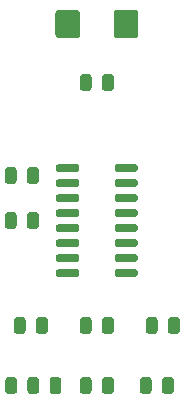
<source format=gbr>
G04 #@! TF.GenerationSoftware,KiCad,Pcbnew,(5.1.5)-3*
G04 #@! TF.CreationDate,2020-04-27T13:04:48+02:00*
G04 #@! TF.ProjectId,RS232_click,52533233-325f-4636-9c69-636b2e6b6963,rev?*
G04 #@! TF.SameCoordinates,Original*
G04 #@! TF.FileFunction,Paste,Top*
G04 #@! TF.FilePolarity,Positive*
%FSLAX46Y46*%
G04 Gerber Fmt 4.6, Leading zero omitted, Abs format (unit mm)*
G04 Created by KiCad (PCBNEW (5.1.5)-3) date 2020-04-27 13:04:48*
%MOMM*%
%LPD*%
G04 APERTURE LIST*
%ADD10C,0.100000*%
G04 APERTURE END LIST*
D10*
G36*
X62830142Y-119697174D02*
G01*
X62853803Y-119700684D01*
X62877007Y-119706496D01*
X62899529Y-119714554D01*
X62921153Y-119724782D01*
X62941670Y-119737079D01*
X62960883Y-119751329D01*
X62978607Y-119767393D01*
X62994671Y-119785117D01*
X63008921Y-119804330D01*
X63021218Y-119824847D01*
X63031446Y-119846471D01*
X63039504Y-119868993D01*
X63045316Y-119892197D01*
X63048826Y-119915858D01*
X63050000Y-119939750D01*
X63050000Y-120852250D01*
X63048826Y-120876142D01*
X63045316Y-120899803D01*
X63039504Y-120923007D01*
X63031446Y-120945529D01*
X63021218Y-120967153D01*
X63008921Y-120987670D01*
X62994671Y-121006883D01*
X62978607Y-121024607D01*
X62960883Y-121040671D01*
X62941670Y-121054921D01*
X62921153Y-121067218D01*
X62899529Y-121077446D01*
X62877007Y-121085504D01*
X62853803Y-121091316D01*
X62830142Y-121094826D01*
X62806250Y-121096000D01*
X62318750Y-121096000D01*
X62294858Y-121094826D01*
X62271197Y-121091316D01*
X62247993Y-121085504D01*
X62225471Y-121077446D01*
X62203847Y-121067218D01*
X62183330Y-121054921D01*
X62164117Y-121040671D01*
X62146393Y-121024607D01*
X62130329Y-121006883D01*
X62116079Y-120987670D01*
X62103782Y-120967153D01*
X62093554Y-120945529D01*
X62085496Y-120923007D01*
X62079684Y-120899803D01*
X62076174Y-120876142D01*
X62075000Y-120852250D01*
X62075000Y-119939750D01*
X62076174Y-119915858D01*
X62079684Y-119892197D01*
X62085496Y-119868993D01*
X62093554Y-119846471D01*
X62103782Y-119824847D01*
X62116079Y-119804330D01*
X62130329Y-119785117D01*
X62146393Y-119767393D01*
X62164117Y-119751329D01*
X62183330Y-119737079D01*
X62203847Y-119724782D01*
X62225471Y-119714554D01*
X62247993Y-119706496D01*
X62271197Y-119700684D01*
X62294858Y-119697174D01*
X62318750Y-119696000D01*
X62806250Y-119696000D01*
X62830142Y-119697174D01*
G37*
G36*
X64705142Y-119697174D02*
G01*
X64728803Y-119700684D01*
X64752007Y-119706496D01*
X64774529Y-119714554D01*
X64796153Y-119724782D01*
X64816670Y-119737079D01*
X64835883Y-119751329D01*
X64853607Y-119767393D01*
X64869671Y-119785117D01*
X64883921Y-119804330D01*
X64896218Y-119824847D01*
X64906446Y-119846471D01*
X64914504Y-119868993D01*
X64920316Y-119892197D01*
X64923826Y-119915858D01*
X64925000Y-119939750D01*
X64925000Y-120852250D01*
X64923826Y-120876142D01*
X64920316Y-120899803D01*
X64914504Y-120923007D01*
X64906446Y-120945529D01*
X64896218Y-120967153D01*
X64883921Y-120987670D01*
X64869671Y-121006883D01*
X64853607Y-121024607D01*
X64835883Y-121040671D01*
X64816670Y-121054921D01*
X64796153Y-121067218D01*
X64774529Y-121077446D01*
X64752007Y-121085504D01*
X64728803Y-121091316D01*
X64705142Y-121094826D01*
X64681250Y-121096000D01*
X64193750Y-121096000D01*
X64169858Y-121094826D01*
X64146197Y-121091316D01*
X64122993Y-121085504D01*
X64100471Y-121077446D01*
X64078847Y-121067218D01*
X64058330Y-121054921D01*
X64039117Y-121040671D01*
X64021393Y-121024607D01*
X64005329Y-121006883D01*
X63991079Y-120987670D01*
X63978782Y-120967153D01*
X63968554Y-120945529D01*
X63960496Y-120923007D01*
X63954684Y-120899803D01*
X63951174Y-120876142D01*
X63950000Y-120852250D01*
X63950000Y-119939750D01*
X63951174Y-119915858D01*
X63954684Y-119892197D01*
X63960496Y-119868993D01*
X63968554Y-119846471D01*
X63978782Y-119824847D01*
X63991079Y-119804330D01*
X64005329Y-119785117D01*
X64021393Y-119767393D01*
X64039117Y-119751329D01*
X64058330Y-119737079D01*
X64078847Y-119724782D01*
X64100471Y-119714554D01*
X64122993Y-119706496D01*
X64146197Y-119700684D01*
X64169858Y-119697174D01*
X64193750Y-119696000D01*
X64681250Y-119696000D01*
X64705142Y-119697174D01*
G37*
G36*
X61849504Y-114269204D02*
G01*
X61873773Y-114272804D01*
X61897571Y-114278765D01*
X61920671Y-114287030D01*
X61942849Y-114297520D01*
X61963893Y-114310133D01*
X61983598Y-114324747D01*
X62001777Y-114341223D01*
X62018253Y-114359402D01*
X62032867Y-114379107D01*
X62045480Y-114400151D01*
X62055970Y-114422329D01*
X62064235Y-114445429D01*
X62070196Y-114469227D01*
X62073796Y-114493496D01*
X62075000Y-114518000D01*
X62075000Y-116368000D01*
X62073796Y-116392504D01*
X62070196Y-116416773D01*
X62064235Y-116440571D01*
X62055970Y-116463671D01*
X62045480Y-116485849D01*
X62032867Y-116506893D01*
X62018253Y-116526598D01*
X62001777Y-116544777D01*
X61983598Y-116561253D01*
X61963893Y-116575867D01*
X61942849Y-116588480D01*
X61920671Y-116598970D01*
X61897571Y-116607235D01*
X61873773Y-116613196D01*
X61849504Y-116616796D01*
X61825000Y-116618000D01*
X60250000Y-116618000D01*
X60225496Y-116616796D01*
X60201227Y-116613196D01*
X60177429Y-116607235D01*
X60154329Y-116598970D01*
X60132151Y-116588480D01*
X60111107Y-116575867D01*
X60091402Y-116561253D01*
X60073223Y-116544777D01*
X60056747Y-116526598D01*
X60042133Y-116506893D01*
X60029520Y-116485849D01*
X60019030Y-116463671D01*
X60010765Y-116440571D01*
X60004804Y-116416773D01*
X60001204Y-116392504D01*
X60000000Y-116368000D01*
X60000000Y-114518000D01*
X60001204Y-114493496D01*
X60004804Y-114469227D01*
X60010765Y-114445429D01*
X60019030Y-114422329D01*
X60029520Y-114400151D01*
X60042133Y-114379107D01*
X60056747Y-114359402D01*
X60073223Y-114341223D01*
X60091402Y-114324747D01*
X60111107Y-114310133D01*
X60132151Y-114297520D01*
X60154329Y-114287030D01*
X60177429Y-114278765D01*
X60201227Y-114272804D01*
X60225496Y-114269204D01*
X60250000Y-114268000D01*
X61825000Y-114268000D01*
X61849504Y-114269204D01*
G37*
G36*
X66774504Y-114269204D02*
G01*
X66798773Y-114272804D01*
X66822571Y-114278765D01*
X66845671Y-114287030D01*
X66867849Y-114297520D01*
X66888893Y-114310133D01*
X66908598Y-114324747D01*
X66926777Y-114341223D01*
X66943253Y-114359402D01*
X66957867Y-114379107D01*
X66970480Y-114400151D01*
X66980970Y-114422329D01*
X66989235Y-114445429D01*
X66995196Y-114469227D01*
X66998796Y-114493496D01*
X67000000Y-114518000D01*
X67000000Y-116368000D01*
X66998796Y-116392504D01*
X66995196Y-116416773D01*
X66989235Y-116440571D01*
X66980970Y-116463671D01*
X66970480Y-116485849D01*
X66957867Y-116506893D01*
X66943253Y-116526598D01*
X66926777Y-116544777D01*
X66908598Y-116561253D01*
X66888893Y-116575867D01*
X66867849Y-116588480D01*
X66845671Y-116598970D01*
X66822571Y-116607235D01*
X66798773Y-116613196D01*
X66774504Y-116616796D01*
X66750000Y-116618000D01*
X65175000Y-116618000D01*
X65150496Y-116616796D01*
X65126227Y-116613196D01*
X65102429Y-116607235D01*
X65079329Y-116598970D01*
X65057151Y-116588480D01*
X65036107Y-116575867D01*
X65016402Y-116561253D01*
X64998223Y-116544777D01*
X64981747Y-116526598D01*
X64967133Y-116506893D01*
X64954520Y-116485849D01*
X64944030Y-116463671D01*
X64935765Y-116440571D01*
X64929804Y-116416773D01*
X64926204Y-116392504D01*
X64925000Y-116368000D01*
X64925000Y-114518000D01*
X64926204Y-114493496D01*
X64929804Y-114469227D01*
X64935765Y-114445429D01*
X64944030Y-114422329D01*
X64954520Y-114400151D01*
X64967133Y-114379107D01*
X64981747Y-114359402D01*
X64998223Y-114341223D01*
X65016402Y-114324747D01*
X65036107Y-114310133D01*
X65057151Y-114297520D01*
X65079329Y-114287030D01*
X65102429Y-114278765D01*
X65126227Y-114272804D01*
X65150496Y-114269204D01*
X65175000Y-114268000D01*
X66750000Y-114268000D01*
X66774504Y-114269204D01*
G37*
G36*
X56480142Y-127571174D02*
G01*
X56503803Y-127574684D01*
X56527007Y-127580496D01*
X56549529Y-127588554D01*
X56571153Y-127598782D01*
X56591670Y-127611079D01*
X56610883Y-127625329D01*
X56628607Y-127641393D01*
X56644671Y-127659117D01*
X56658921Y-127678330D01*
X56671218Y-127698847D01*
X56681446Y-127720471D01*
X56689504Y-127742993D01*
X56695316Y-127766197D01*
X56698826Y-127789858D01*
X56700000Y-127813750D01*
X56700000Y-128726250D01*
X56698826Y-128750142D01*
X56695316Y-128773803D01*
X56689504Y-128797007D01*
X56681446Y-128819529D01*
X56671218Y-128841153D01*
X56658921Y-128861670D01*
X56644671Y-128880883D01*
X56628607Y-128898607D01*
X56610883Y-128914671D01*
X56591670Y-128928921D01*
X56571153Y-128941218D01*
X56549529Y-128951446D01*
X56527007Y-128959504D01*
X56503803Y-128965316D01*
X56480142Y-128968826D01*
X56456250Y-128970000D01*
X55968750Y-128970000D01*
X55944858Y-128968826D01*
X55921197Y-128965316D01*
X55897993Y-128959504D01*
X55875471Y-128951446D01*
X55853847Y-128941218D01*
X55833330Y-128928921D01*
X55814117Y-128914671D01*
X55796393Y-128898607D01*
X55780329Y-128880883D01*
X55766079Y-128861670D01*
X55753782Y-128841153D01*
X55743554Y-128819529D01*
X55735496Y-128797007D01*
X55729684Y-128773803D01*
X55726174Y-128750142D01*
X55725000Y-128726250D01*
X55725000Y-127813750D01*
X55726174Y-127789858D01*
X55729684Y-127766197D01*
X55735496Y-127742993D01*
X55743554Y-127720471D01*
X55753782Y-127698847D01*
X55766079Y-127678330D01*
X55780329Y-127659117D01*
X55796393Y-127641393D01*
X55814117Y-127625329D01*
X55833330Y-127611079D01*
X55853847Y-127598782D01*
X55875471Y-127588554D01*
X55897993Y-127580496D01*
X55921197Y-127574684D01*
X55944858Y-127571174D01*
X55968750Y-127570000D01*
X56456250Y-127570000D01*
X56480142Y-127571174D01*
G37*
G36*
X58355142Y-127571174D02*
G01*
X58378803Y-127574684D01*
X58402007Y-127580496D01*
X58424529Y-127588554D01*
X58446153Y-127598782D01*
X58466670Y-127611079D01*
X58485883Y-127625329D01*
X58503607Y-127641393D01*
X58519671Y-127659117D01*
X58533921Y-127678330D01*
X58546218Y-127698847D01*
X58556446Y-127720471D01*
X58564504Y-127742993D01*
X58570316Y-127766197D01*
X58573826Y-127789858D01*
X58575000Y-127813750D01*
X58575000Y-128726250D01*
X58573826Y-128750142D01*
X58570316Y-128773803D01*
X58564504Y-128797007D01*
X58556446Y-128819529D01*
X58546218Y-128841153D01*
X58533921Y-128861670D01*
X58519671Y-128880883D01*
X58503607Y-128898607D01*
X58485883Y-128914671D01*
X58466670Y-128928921D01*
X58446153Y-128941218D01*
X58424529Y-128951446D01*
X58402007Y-128959504D01*
X58378803Y-128965316D01*
X58355142Y-128968826D01*
X58331250Y-128970000D01*
X57843750Y-128970000D01*
X57819858Y-128968826D01*
X57796197Y-128965316D01*
X57772993Y-128959504D01*
X57750471Y-128951446D01*
X57728847Y-128941218D01*
X57708330Y-128928921D01*
X57689117Y-128914671D01*
X57671393Y-128898607D01*
X57655329Y-128880883D01*
X57641079Y-128861670D01*
X57628782Y-128841153D01*
X57618554Y-128819529D01*
X57610496Y-128797007D01*
X57604684Y-128773803D01*
X57601174Y-128750142D01*
X57600000Y-128726250D01*
X57600000Y-127813750D01*
X57601174Y-127789858D01*
X57604684Y-127766197D01*
X57610496Y-127742993D01*
X57618554Y-127720471D01*
X57628782Y-127698847D01*
X57641079Y-127678330D01*
X57655329Y-127659117D01*
X57671393Y-127641393D01*
X57689117Y-127625329D01*
X57708330Y-127611079D01*
X57728847Y-127598782D01*
X57750471Y-127588554D01*
X57772993Y-127580496D01*
X57796197Y-127574684D01*
X57819858Y-127571174D01*
X57843750Y-127570000D01*
X58331250Y-127570000D01*
X58355142Y-127571174D01*
G37*
G36*
X58355142Y-131381174D02*
G01*
X58378803Y-131384684D01*
X58402007Y-131390496D01*
X58424529Y-131398554D01*
X58446153Y-131408782D01*
X58466670Y-131421079D01*
X58485883Y-131435329D01*
X58503607Y-131451393D01*
X58519671Y-131469117D01*
X58533921Y-131488330D01*
X58546218Y-131508847D01*
X58556446Y-131530471D01*
X58564504Y-131552993D01*
X58570316Y-131576197D01*
X58573826Y-131599858D01*
X58575000Y-131623750D01*
X58575000Y-132536250D01*
X58573826Y-132560142D01*
X58570316Y-132583803D01*
X58564504Y-132607007D01*
X58556446Y-132629529D01*
X58546218Y-132651153D01*
X58533921Y-132671670D01*
X58519671Y-132690883D01*
X58503607Y-132708607D01*
X58485883Y-132724671D01*
X58466670Y-132738921D01*
X58446153Y-132751218D01*
X58424529Y-132761446D01*
X58402007Y-132769504D01*
X58378803Y-132775316D01*
X58355142Y-132778826D01*
X58331250Y-132780000D01*
X57843750Y-132780000D01*
X57819858Y-132778826D01*
X57796197Y-132775316D01*
X57772993Y-132769504D01*
X57750471Y-132761446D01*
X57728847Y-132751218D01*
X57708330Y-132738921D01*
X57689117Y-132724671D01*
X57671393Y-132708607D01*
X57655329Y-132690883D01*
X57641079Y-132671670D01*
X57628782Y-132651153D01*
X57618554Y-132629529D01*
X57610496Y-132607007D01*
X57604684Y-132583803D01*
X57601174Y-132560142D01*
X57600000Y-132536250D01*
X57600000Y-131623750D01*
X57601174Y-131599858D01*
X57604684Y-131576197D01*
X57610496Y-131552993D01*
X57618554Y-131530471D01*
X57628782Y-131508847D01*
X57641079Y-131488330D01*
X57655329Y-131469117D01*
X57671393Y-131451393D01*
X57689117Y-131435329D01*
X57708330Y-131421079D01*
X57728847Y-131408782D01*
X57750471Y-131398554D01*
X57772993Y-131390496D01*
X57796197Y-131384684D01*
X57819858Y-131381174D01*
X57843750Y-131380000D01*
X58331250Y-131380000D01*
X58355142Y-131381174D01*
G37*
G36*
X56480142Y-131381174D02*
G01*
X56503803Y-131384684D01*
X56527007Y-131390496D01*
X56549529Y-131398554D01*
X56571153Y-131408782D01*
X56591670Y-131421079D01*
X56610883Y-131435329D01*
X56628607Y-131451393D01*
X56644671Y-131469117D01*
X56658921Y-131488330D01*
X56671218Y-131508847D01*
X56681446Y-131530471D01*
X56689504Y-131552993D01*
X56695316Y-131576197D01*
X56698826Y-131599858D01*
X56700000Y-131623750D01*
X56700000Y-132536250D01*
X56698826Y-132560142D01*
X56695316Y-132583803D01*
X56689504Y-132607007D01*
X56681446Y-132629529D01*
X56671218Y-132651153D01*
X56658921Y-132671670D01*
X56644671Y-132690883D01*
X56628607Y-132708607D01*
X56610883Y-132724671D01*
X56591670Y-132738921D01*
X56571153Y-132751218D01*
X56549529Y-132761446D01*
X56527007Y-132769504D01*
X56503803Y-132775316D01*
X56480142Y-132778826D01*
X56456250Y-132780000D01*
X55968750Y-132780000D01*
X55944858Y-132778826D01*
X55921197Y-132775316D01*
X55897993Y-132769504D01*
X55875471Y-132761446D01*
X55853847Y-132751218D01*
X55833330Y-132738921D01*
X55814117Y-132724671D01*
X55796393Y-132708607D01*
X55780329Y-132690883D01*
X55766079Y-132671670D01*
X55753782Y-132651153D01*
X55743554Y-132629529D01*
X55735496Y-132607007D01*
X55729684Y-132583803D01*
X55726174Y-132560142D01*
X55725000Y-132536250D01*
X55725000Y-131623750D01*
X55726174Y-131599858D01*
X55729684Y-131576197D01*
X55735496Y-131552993D01*
X55743554Y-131530471D01*
X55753782Y-131508847D01*
X55766079Y-131488330D01*
X55780329Y-131469117D01*
X55796393Y-131451393D01*
X55814117Y-131435329D01*
X55833330Y-131421079D01*
X55853847Y-131408782D01*
X55875471Y-131398554D01*
X55897993Y-131390496D01*
X55921197Y-131384684D01*
X55944858Y-131381174D01*
X55968750Y-131380000D01*
X56456250Y-131380000D01*
X56480142Y-131381174D01*
G37*
G36*
X57242142Y-140271174D02*
G01*
X57265803Y-140274684D01*
X57289007Y-140280496D01*
X57311529Y-140288554D01*
X57333153Y-140298782D01*
X57353670Y-140311079D01*
X57372883Y-140325329D01*
X57390607Y-140341393D01*
X57406671Y-140359117D01*
X57420921Y-140378330D01*
X57433218Y-140398847D01*
X57443446Y-140420471D01*
X57451504Y-140442993D01*
X57457316Y-140466197D01*
X57460826Y-140489858D01*
X57462000Y-140513750D01*
X57462000Y-141426250D01*
X57460826Y-141450142D01*
X57457316Y-141473803D01*
X57451504Y-141497007D01*
X57443446Y-141519529D01*
X57433218Y-141541153D01*
X57420921Y-141561670D01*
X57406671Y-141580883D01*
X57390607Y-141598607D01*
X57372883Y-141614671D01*
X57353670Y-141628921D01*
X57333153Y-141641218D01*
X57311529Y-141651446D01*
X57289007Y-141659504D01*
X57265803Y-141665316D01*
X57242142Y-141668826D01*
X57218250Y-141670000D01*
X56730750Y-141670000D01*
X56706858Y-141668826D01*
X56683197Y-141665316D01*
X56659993Y-141659504D01*
X56637471Y-141651446D01*
X56615847Y-141641218D01*
X56595330Y-141628921D01*
X56576117Y-141614671D01*
X56558393Y-141598607D01*
X56542329Y-141580883D01*
X56528079Y-141561670D01*
X56515782Y-141541153D01*
X56505554Y-141519529D01*
X56497496Y-141497007D01*
X56491684Y-141473803D01*
X56488174Y-141450142D01*
X56487000Y-141426250D01*
X56487000Y-140513750D01*
X56488174Y-140489858D01*
X56491684Y-140466197D01*
X56497496Y-140442993D01*
X56505554Y-140420471D01*
X56515782Y-140398847D01*
X56528079Y-140378330D01*
X56542329Y-140359117D01*
X56558393Y-140341393D01*
X56576117Y-140325329D01*
X56595330Y-140311079D01*
X56615847Y-140298782D01*
X56637471Y-140288554D01*
X56659993Y-140280496D01*
X56683197Y-140274684D01*
X56706858Y-140271174D01*
X56730750Y-140270000D01*
X57218250Y-140270000D01*
X57242142Y-140271174D01*
G37*
G36*
X59117142Y-140271174D02*
G01*
X59140803Y-140274684D01*
X59164007Y-140280496D01*
X59186529Y-140288554D01*
X59208153Y-140298782D01*
X59228670Y-140311079D01*
X59247883Y-140325329D01*
X59265607Y-140341393D01*
X59281671Y-140359117D01*
X59295921Y-140378330D01*
X59308218Y-140398847D01*
X59318446Y-140420471D01*
X59326504Y-140442993D01*
X59332316Y-140466197D01*
X59335826Y-140489858D01*
X59337000Y-140513750D01*
X59337000Y-141426250D01*
X59335826Y-141450142D01*
X59332316Y-141473803D01*
X59326504Y-141497007D01*
X59318446Y-141519529D01*
X59308218Y-141541153D01*
X59295921Y-141561670D01*
X59281671Y-141580883D01*
X59265607Y-141598607D01*
X59247883Y-141614671D01*
X59228670Y-141628921D01*
X59208153Y-141641218D01*
X59186529Y-141651446D01*
X59164007Y-141659504D01*
X59140803Y-141665316D01*
X59117142Y-141668826D01*
X59093250Y-141670000D01*
X58605750Y-141670000D01*
X58581858Y-141668826D01*
X58558197Y-141665316D01*
X58534993Y-141659504D01*
X58512471Y-141651446D01*
X58490847Y-141641218D01*
X58470330Y-141628921D01*
X58451117Y-141614671D01*
X58433393Y-141598607D01*
X58417329Y-141580883D01*
X58403079Y-141561670D01*
X58390782Y-141541153D01*
X58380554Y-141519529D01*
X58372496Y-141497007D01*
X58366684Y-141473803D01*
X58363174Y-141450142D01*
X58362000Y-141426250D01*
X58362000Y-140513750D01*
X58363174Y-140489858D01*
X58366684Y-140466197D01*
X58372496Y-140442993D01*
X58380554Y-140420471D01*
X58390782Y-140398847D01*
X58403079Y-140378330D01*
X58417329Y-140359117D01*
X58433393Y-140341393D01*
X58451117Y-140325329D01*
X58470330Y-140311079D01*
X58490847Y-140298782D01*
X58512471Y-140288554D01*
X58534993Y-140280496D01*
X58558197Y-140274684D01*
X58581858Y-140271174D01*
X58605750Y-140270000D01*
X59093250Y-140270000D01*
X59117142Y-140271174D01*
G37*
G36*
X70293142Y-140271174D02*
G01*
X70316803Y-140274684D01*
X70340007Y-140280496D01*
X70362529Y-140288554D01*
X70384153Y-140298782D01*
X70404670Y-140311079D01*
X70423883Y-140325329D01*
X70441607Y-140341393D01*
X70457671Y-140359117D01*
X70471921Y-140378330D01*
X70484218Y-140398847D01*
X70494446Y-140420471D01*
X70502504Y-140442993D01*
X70508316Y-140466197D01*
X70511826Y-140489858D01*
X70513000Y-140513750D01*
X70513000Y-141426250D01*
X70511826Y-141450142D01*
X70508316Y-141473803D01*
X70502504Y-141497007D01*
X70494446Y-141519529D01*
X70484218Y-141541153D01*
X70471921Y-141561670D01*
X70457671Y-141580883D01*
X70441607Y-141598607D01*
X70423883Y-141614671D01*
X70404670Y-141628921D01*
X70384153Y-141641218D01*
X70362529Y-141651446D01*
X70340007Y-141659504D01*
X70316803Y-141665316D01*
X70293142Y-141668826D01*
X70269250Y-141670000D01*
X69781750Y-141670000D01*
X69757858Y-141668826D01*
X69734197Y-141665316D01*
X69710993Y-141659504D01*
X69688471Y-141651446D01*
X69666847Y-141641218D01*
X69646330Y-141628921D01*
X69627117Y-141614671D01*
X69609393Y-141598607D01*
X69593329Y-141580883D01*
X69579079Y-141561670D01*
X69566782Y-141541153D01*
X69556554Y-141519529D01*
X69548496Y-141497007D01*
X69542684Y-141473803D01*
X69539174Y-141450142D01*
X69538000Y-141426250D01*
X69538000Y-140513750D01*
X69539174Y-140489858D01*
X69542684Y-140466197D01*
X69548496Y-140442993D01*
X69556554Y-140420471D01*
X69566782Y-140398847D01*
X69579079Y-140378330D01*
X69593329Y-140359117D01*
X69609393Y-140341393D01*
X69627117Y-140325329D01*
X69646330Y-140311079D01*
X69666847Y-140298782D01*
X69688471Y-140288554D01*
X69710993Y-140280496D01*
X69734197Y-140274684D01*
X69757858Y-140271174D01*
X69781750Y-140270000D01*
X70269250Y-140270000D01*
X70293142Y-140271174D01*
G37*
G36*
X68418142Y-140271174D02*
G01*
X68441803Y-140274684D01*
X68465007Y-140280496D01*
X68487529Y-140288554D01*
X68509153Y-140298782D01*
X68529670Y-140311079D01*
X68548883Y-140325329D01*
X68566607Y-140341393D01*
X68582671Y-140359117D01*
X68596921Y-140378330D01*
X68609218Y-140398847D01*
X68619446Y-140420471D01*
X68627504Y-140442993D01*
X68633316Y-140466197D01*
X68636826Y-140489858D01*
X68638000Y-140513750D01*
X68638000Y-141426250D01*
X68636826Y-141450142D01*
X68633316Y-141473803D01*
X68627504Y-141497007D01*
X68619446Y-141519529D01*
X68609218Y-141541153D01*
X68596921Y-141561670D01*
X68582671Y-141580883D01*
X68566607Y-141598607D01*
X68548883Y-141614671D01*
X68529670Y-141628921D01*
X68509153Y-141641218D01*
X68487529Y-141651446D01*
X68465007Y-141659504D01*
X68441803Y-141665316D01*
X68418142Y-141668826D01*
X68394250Y-141670000D01*
X67906750Y-141670000D01*
X67882858Y-141668826D01*
X67859197Y-141665316D01*
X67835993Y-141659504D01*
X67813471Y-141651446D01*
X67791847Y-141641218D01*
X67771330Y-141628921D01*
X67752117Y-141614671D01*
X67734393Y-141598607D01*
X67718329Y-141580883D01*
X67704079Y-141561670D01*
X67691782Y-141541153D01*
X67681554Y-141519529D01*
X67673496Y-141497007D01*
X67667684Y-141473803D01*
X67664174Y-141450142D01*
X67663000Y-141426250D01*
X67663000Y-140513750D01*
X67664174Y-140489858D01*
X67667684Y-140466197D01*
X67673496Y-140442993D01*
X67681554Y-140420471D01*
X67691782Y-140398847D01*
X67704079Y-140378330D01*
X67718329Y-140359117D01*
X67734393Y-140341393D01*
X67752117Y-140325329D01*
X67771330Y-140311079D01*
X67791847Y-140298782D01*
X67813471Y-140288554D01*
X67835993Y-140280496D01*
X67859197Y-140274684D01*
X67882858Y-140271174D01*
X67906750Y-140270000D01*
X68394250Y-140270000D01*
X68418142Y-140271174D01*
G37*
G36*
X56518242Y-145351174D02*
G01*
X56541903Y-145354684D01*
X56565107Y-145360496D01*
X56587629Y-145368554D01*
X56609253Y-145378782D01*
X56629770Y-145391079D01*
X56648983Y-145405329D01*
X56666707Y-145421393D01*
X56682771Y-145439117D01*
X56697021Y-145458330D01*
X56709318Y-145478847D01*
X56719546Y-145500471D01*
X56727604Y-145522993D01*
X56733416Y-145546197D01*
X56736926Y-145569858D01*
X56738100Y-145593750D01*
X56738100Y-146506250D01*
X56736926Y-146530142D01*
X56733416Y-146553803D01*
X56727604Y-146577007D01*
X56719546Y-146599529D01*
X56709318Y-146621153D01*
X56697021Y-146641670D01*
X56682771Y-146660883D01*
X56666707Y-146678607D01*
X56648983Y-146694671D01*
X56629770Y-146708921D01*
X56609253Y-146721218D01*
X56587629Y-146731446D01*
X56565107Y-146739504D01*
X56541903Y-146745316D01*
X56518242Y-146748826D01*
X56494350Y-146750000D01*
X56006850Y-146750000D01*
X55982958Y-146748826D01*
X55959297Y-146745316D01*
X55936093Y-146739504D01*
X55913571Y-146731446D01*
X55891947Y-146721218D01*
X55871430Y-146708921D01*
X55852217Y-146694671D01*
X55834493Y-146678607D01*
X55818429Y-146660883D01*
X55804179Y-146641670D01*
X55791882Y-146621153D01*
X55781654Y-146599529D01*
X55773596Y-146577007D01*
X55767784Y-146553803D01*
X55764274Y-146530142D01*
X55763100Y-146506250D01*
X55763100Y-145593750D01*
X55764274Y-145569858D01*
X55767784Y-145546197D01*
X55773596Y-145522993D01*
X55781654Y-145500471D01*
X55791882Y-145478847D01*
X55804179Y-145458330D01*
X55818429Y-145439117D01*
X55834493Y-145421393D01*
X55852217Y-145405329D01*
X55871430Y-145391079D01*
X55891947Y-145378782D01*
X55913571Y-145368554D01*
X55936093Y-145360496D01*
X55959297Y-145354684D01*
X55982958Y-145351174D01*
X56006850Y-145350000D01*
X56494350Y-145350000D01*
X56518242Y-145351174D01*
G37*
G36*
X60260142Y-145351174D02*
G01*
X60283803Y-145354684D01*
X60307007Y-145360496D01*
X60329529Y-145368554D01*
X60351153Y-145378782D01*
X60371670Y-145391079D01*
X60390883Y-145405329D01*
X60408607Y-145421393D01*
X60424671Y-145439117D01*
X60438921Y-145458330D01*
X60451218Y-145478847D01*
X60461446Y-145500471D01*
X60469504Y-145522993D01*
X60475316Y-145546197D01*
X60478826Y-145569858D01*
X60480000Y-145593750D01*
X60480000Y-146506250D01*
X60478826Y-146530142D01*
X60475316Y-146553803D01*
X60469504Y-146577007D01*
X60461446Y-146599529D01*
X60451218Y-146621153D01*
X60438921Y-146641670D01*
X60424671Y-146660883D01*
X60408607Y-146678607D01*
X60390883Y-146694671D01*
X60371670Y-146708921D01*
X60351153Y-146721218D01*
X60329529Y-146731446D01*
X60307007Y-146739504D01*
X60283803Y-146745316D01*
X60260142Y-146748826D01*
X60236250Y-146750000D01*
X59748750Y-146750000D01*
X59724858Y-146748826D01*
X59701197Y-146745316D01*
X59677993Y-146739504D01*
X59655471Y-146731446D01*
X59633847Y-146721218D01*
X59613330Y-146708921D01*
X59594117Y-146694671D01*
X59576393Y-146678607D01*
X59560329Y-146660883D01*
X59546079Y-146641670D01*
X59533782Y-146621153D01*
X59523554Y-146599529D01*
X59515496Y-146577007D01*
X59509684Y-146553803D01*
X59506174Y-146530142D01*
X59505000Y-146506250D01*
X59505000Y-145593750D01*
X59506174Y-145569858D01*
X59509684Y-145546197D01*
X59515496Y-145522993D01*
X59523554Y-145500471D01*
X59533782Y-145478847D01*
X59546079Y-145458330D01*
X59560329Y-145439117D01*
X59576393Y-145421393D01*
X59594117Y-145405329D01*
X59613330Y-145391079D01*
X59633847Y-145378782D01*
X59655471Y-145368554D01*
X59677993Y-145360496D01*
X59701197Y-145354684D01*
X59724858Y-145351174D01*
X59748750Y-145350000D01*
X60236250Y-145350000D01*
X60260142Y-145351174D01*
G37*
G36*
X58385142Y-145351174D02*
G01*
X58408803Y-145354684D01*
X58432007Y-145360496D01*
X58454529Y-145368554D01*
X58476153Y-145378782D01*
X58496670Y-145391079D01*
X58515883Y-145405329D01*
X58533607Y-145421393D01*
X58549671Y-145439117D01*
X58563921Y-145458330D01*
X58576218Y-145478847D01*
X58586446Y-145500471D01*
X58594504Y-145522993D01*
X58600316Y-145546197D01*
X58603826Y-145569858D01*
X58605000Y-145593750D01*
X58605000Y-146506250D01*
X58603826Y-146530142D01*
X58600316Y-146553803D01*
X58594504Y-146577007D01*
X58586446Y-146599529D01*
X58576218Y-146621153D01*
X58563921Y-146641670D01*
X58549671Y-146660883D01*
X58533607Y-146678607D01*
X58515883Y-146694671D01*
X58496670Y-146708921D01*
X58476153Y-146721218D01*
X58454529Y-146731446D01*
X58432007Y-146739504D01*
X58408803Y-146745316D01*
X58385142Y-146748826D01*
X58361250Y-146750000D01*
X57873750Y-146750000D01*
X57849858Y-146748826D01*
X57826197Y-146745316D01*
X57802993Y-146739504D01*
X57780471Y-146731446D01*
X57758847Y-146721218D01*
X57738330Y-146708921D01*
X57719117Y-146694671D01*
X57701393Y-146678607D01*
X57685329Y-146660883D01*
X57671079Y-146641670D01*
X57658782Y-146621153D01*
X57648554Y-146599529D01*
X57640496Y-146577007D01*
X57634684Y-146553803D01*
X57631174Y-146530142D01*
X57630000Y-146506250D01*
X57630000Y-145593750D01*
X57631174Y-145569858D01*
X57634684Y-145546197D01*
X57640496Y-145522993D01*
X57648554Y-145500471D01*
X57658782Y-145478847D01*
X57671079Y-145458330D01*
X57685329Y-145439117D01*
X57701393Y-145421393D01*
X57719117Y-145405329D01*
X57738330Y-145391079D01*
X57758847Y-145378782D01*
X57780471Y-145368554D01*
X57802993Y-145360496D01*
X57826197Y-145354684D01*
X57849858Y-145351174D01*
X57873750Y-145350000D01*
X58361250Y-145350000D01*
X58385142Y-145351174D01*
G37*
G36*
X69785142Y-145351174D02*
G01*
X69808803Y-145354684D01*
X69832007Y-145360496D01*
X69854529Y-145368554D01*
X69876153Y-145378782D01*
X69896670Y-145391079D01*
X69915883Y-145405329D01*
X69933607Y-145421393D01*
X69949671Y-145439117D01*
X69963921Y-145458330D01*
X69976218Y-145478847D01*
X69986446Y-145500471D01*
X69994504Y-145522993D01*
X70000316Y-145546197D01*
X70003826Y-145569858D01*
X70005000Y-145593750D01*
X70005000Y-146506250D01*
X70003826Y-146530142D01*
X70000316Y-146553803D01*
X69994504Y-146577007D01*
X69986446Y-146599529D01*
X69976218Y-146621153D01*
X69963921Y-146641670D01*
X69949671Y-146660883D01*
X69933607Y-146678607D01*
X69915883Y-146694671D01*
X69896670Y-146708921D01*
X69876153Y-146721218D01*
X69854529Y-146731446D01*
X69832007Y-146739504D01*
X69808803Y-146745316D01*
X69785142Y-146748826D01*
X69761250Y-146750000D01*
X69273750Y-146750000D01*
X69249858Y-146748826D01*
X69226197Y-146745316D01*
X69202993Y-146739504D01*
X69180471Y-146731446D01*
X69158847Y-146721218D01*
X69138330Y-146708921D01*
X69119117Y-146694671D01*
X69101393Y-146678607D01*
X69085329Y-146660883D01*
X69071079Y-146641670D01*
X69058782Y-146621153D01*
X69048554Y-146599529D01*
X69040496Y-146577007D01*
X69034684Y-146553803D01*
X69031174Y-146530142D01*
X69030000Y-146506250D01*
X69030000Y-145593750D01*
X69031174Y-145569858D01*
X69034684Y-145546197D01*
X69040496Y-145522993D01*
X69048554Y-145500471D01*
X69058782Y-145478847D01*
X69071079Y-145458330D01*
X69085329Y-145439117D01*
X69101393Y-145421393D01*
X69119117Y-145405329D01*
X69138330Y-145391079D01*
X69158847Y-145378782D01*
X69180471Y-145368554D01*
X69202993Y-145360496D01*
X69226197Y-145354684D01*
X69249858Y-145351174D01*
X69273750Y-145350000D01*
X69761250Y-145350000D01*
X69785142Y-145351174D01*
G37*
G36*
X67910142Y-145351174D02*
G01*
X67933803Y-145354684D01*
X67957007Y-145360496D01*
X67979529Y-145368554D01*
X68001153Y-145378782D01*
X68021670Y-145391079D01*
X68040883Y-145405329D01*
X68058607Y-145421393D01*
X68074671Y-145439117D01*
X68088921Y-145458330D01*
X68101218Y-145478847D01*
X68111446Y-145500471D01*
X68119504Y-145522993D01*
X68125316Y-145546197D01*
X68128826Y-145569858D01*
X68130000Y-145593750D01*
X68130000Y-146506250D01*
X68128826Y-146530142D01*
X68125316Y-146553803D01*
X68119504Y-146577007D01*
X68111446Y-146599529D01*
X68101218Y-146621153D01*
X68088921Y-146641670D01*
X68074671Y-146660883D01*
X68058607Y-146678607D01*
X68040883Y-146694671D01*
X68021670Y-146708921D01*
X68001153Y-146721218D01*
X67979529Y-146731446D01*
X67957007Y-146739504D01*
X67933803Y-146745316D01*
X67910142Y-146748826D01*
X67886250Y-146750000D01*
X67398750Y-146750000D01*
X67374858Y-146748826D01*
X67351197Y-146745316D01*
X67327993Y-146739504D01*
X67305471Y-146731446D01*
X67283847Y-146721218D01*
X67263330Y-146708921D01*
X67244117Y-146694671D01*
X67226393Y-146678607D01*
X67210329Y-146660883D01*
X67196079Y-146641670D01*
X67183782Y-146621153D01*
X67173554Y-146599529D01*
X67165496Y-146577007D01*
X67159684Y-146553803D01*
X67156174Y-146530142D01*
X67155000Y-146506250D01*
X67155000Y-145593750D01*
X67156174Y-145569858D01*
X67159684Y-145546197D01*
X67165496Y-145522993D01*
X67173554Y-145500471D01*
X67183782Y-145478847D01*
X67196079Y-145458330D01*
X67210329Y-145439117D01*
X67226393Y-145421393D01*
X67244117Y-145405329D01*
X67263330Y-145391079D01*
X67283847Y-145378782D01*
X67305471Y-145368554D01*
X67327993Y-145360496D01*
X67351197Y-145354684D01*
X67374858Y-145351174D01*
X67398750Y-145350000D01*
X67886250Y-145350000D01*
X67910142Y-145351174D01*
G37*
G36*
X62830142Y-145351174D02*
G01*
X62853803Y-145354684D01*
X62877007Y-145360496D01*
X62899529Y-145368554D01*
X62921153Y-145378782D01*
X62941670Y-145391079D01*
X62960883Y-145405329D01*
X62978607Y-145421393D01*
X62994671Y-145439117D01*
X63008921Y-145458330D01*
X63021218Y-145478847D01*
X63031446Y-145500471D01*
X63039504Y-145522993D01*
X63045316Y-145546197D01*
X63048826Y-145569858D01*
X63050000Y-145593750D01*
X63050000Y-146506250D01*
X63048826Y-146530142D01*
X63045316Y-146553803D01*
X63039504Y-146577007D01*
X63031446Y-146599529D01*
X63021218Y-146621153D01*
X63008921Y-146641670D01*
X62994671Y-146660883D01*
X62978607Y-146678607D01*
X62960883Y-146694671D01*
X62941670Y-146708921D01*
X62921153Y-146721218D01*
X62899529Y-146731446D01*
X62877007Y-146739504D01*
X62853803Y-146745316D01*
X62830142Y-146748826D01*
X62806250Y-146750000D01*
X62318750Y-146750000D01*
X62294858Y-146748826D01*
X62271197Y-146745316D01*
X62247993Y-146739504D01*
X62225471Y-146731446D01*
X62203847Y-146721218D01*
X62183330Y-146708921D01*
X62164117Y-146694671D01*
X62146393Y-146678607D01*
X62130329Y-146660883D01*
X62116079Y-146641670D01*
X62103782Y-146621153D01*
X62093554Y-146599529D01*
X62085496Y-146577007D01*
X62079684Y-146553803D01*
X62076174Y-146530142D01*
X62075000Y-146506250D01*
X62075000Y-145593750D01*
X62076174Y-145569858D01*
X62079684Y-145546197D01*
X62085496Y-145522993D01*
X62093554Y-145500471D01*
X62103782Y-145478847D01*
X62116079Y-145458330D01*
X62130329Y-145439117D01*
X62146393Y-145421393D01*
X62164117Y-145405329D01*
X62183330Y-145391079D01*
X62203847Y-145378782D01*
X62225471Y-145368554D01*
X62247993Y-145360496D01*
X62271197Y-145354684D01*
X62294858Y-145351174D01*
X62318750Y-145350000D01*
X62806250Y-145350000D01*
X62830142Y-145351174D01*
G37*
G36*
X64705142Y-145351174D02*
G01*
X64728803Y-145354684D01*
X64752007Y-145360496D01*
X64774529Y-145368554D01*
X64796153Y-145378782D01*
X64816670Y-145391079D01*
X64835883Y-145405329D01*
X64853607Y-145421393D01*
X64869671Y-145439117D01*
X64883921Y-145458330D01*
X64896218Y-145478847D01*
X64906446Y-145500471D01*
X64914504Y-145522993D01*
X64920316Y-145546197D01*
X64923826Y-145569858D01*
X64925000Y-145593750D01*
X64925000Y-146506250D01*
X64923826Y-146530142D01*
X64920316Y-146553803D01*
X64914504Y-146577007D01*
X64906446Y-146599529D01*
X64896218Y-146621153D01*
X64883921Y-146641670D01*
X64869671Y-146660883D01*
X64853607Y-146678607D01*
X64835883Y-146694671D01*
X64816670Y-146708921D01*
X64796153Y-146721218D01*
X64774529Y-146731446D01*
X64752007Y-146739504D01*
X64728803Y-146745316D01*
X64705142Y-146748826D01*
X64681250Y-146750000D01*
X64193750Y-146750000D01*
X64169858Y-146748826D01*
X64146197Y-146745316D01*
X64122993Y-146739504D01*
X64100471Y-146731446D01*
X64078847Y-146721218D01*
X64058330Y-146708921D01*
X64039117Y-146694671D01*
X64021393Y-146678607D01*
X64005329Y-146660883D01*
X63991079Y-146641670D01*
X63978782Y-146621153D01*
X63968554Y-146599529D01*
X63960496Y-146577007D01*
X63954684Y-146553803D01*
X63951174Y-146530142D01*
X63950000Y-146506250D01*
X63950000Y-145593750D01*
X63951174Y-145569858D01*
X63954684Y-145546197D01*
X63960496Y-145522993D01*
X63968554Y-145500471D01*
X63978782Y-145478847D01*
X63991079Y-145458330D01*
X64005329Y-145439117D01*
X64021393Y-145421393D01*
X64039117Y-145405329D01*
X64058330Y-145391079D01*
X64078847Y-145378782D01*
X64100471Y-145368554D01*
X64122993Y-145360496D01*
X64146197Y-145354684D01*
X64169858Y-145351174D01*
X64193750Y-145350000D01*
X64681250Y-145350000D01*
X64705142Y-145351174D01*
G37*
G36*
X64705142Y-140271174D02*
G01*
X64728803Y-140274684D01*
X64752007Y-140280496D01*
X64774529Y-140288554D01*
X64796153Y-140298782D01*
X64816670Y-140311079D01*
X64835883Y-140325329D01*
X64853607Y-140341393D01*
X64869671Y-140359117D01*
X64883921Y-140378330D01*
X64896218Y-140398847D01*
X64906446Y-140420471D01*
X64914504Y-140442993D01*
X64920316Y-140466197D01*
X64923826Y-140489858D01*
X64925000Y-140513750D01*
X64925000Y-141426250D01*
X64923826Y-141450142D01*
X64920316Y-141473803D01*
X64914504Y-141497007D01*
X64906446Y-141519529D01*
X64896218Y-141541153D01*
X64883921Y-141561670D01*
X64869671Y-141580883D01*
X64853607Y-141598607D01*
X64835883Y-141614671D01*
X64816670Y-141628921D01*
X64796153Y-141641218D01*
X64774529Y-141651446D01*
X64752007Y-141659504D01*
X64728803Y-141665316D01*
X64705142Y-141668826D01*
X64681250Y-141670000D01*
X64193750Y-141670000D01*
X64169858Y-141668826D01*
X64146197Y-141665316D01*
X64122993Y-141659504D01*
X64100471Y-141651446D01*
X64078847Y-141641218D01*
X64058330Y-141628921D01*
X64039117Y-141614671D01*
X64021393Y-141598607D01*
X64005329Y-141580883D01*
X63991079Y-141561670D01*
X63978782Y-141541153D01*
X63968554Y-141519529D01*
X63960496Y-141497007D01*
X63954684Y-141473803D01*
X63951174Y-141450142D01*
X63950000Y-141426250D01*
X63950000Y-140513750D01*
X63951174Y-140489858D01*
X63954684Y-140466197D01*
X63960496Y-140442993D01*
X63968554Y-140420471D01*
X63978782Y-140398847D01*
X63991079Y-140378330D01*
X64005329Y-140359117D01*
X64021393Y-140341393D01*
X64039117Y-140325329D01*
X64058330Y-140311079D01*
X64078847Y-140298782D01*
X64100471Y-140288554D01*
X64122993Y-140280496D01*
X64146197Y-140274684D01*
X64169858Y-140271174D01*
X64193750Y-140270000D01*
X64681250Y-140270000D01*
X64705142Y-140271174D01*
G37*
G36*
X62830142Y-140271174D02*
G01*
X62853803Y-140274684D01*
X62877007Y-140280496D01*
X62899529Y-140288554D01*
X62921153Y-140298782D01*
X62941670Y-140311079D01*
X62960883Y-140325329D01*
X62978607Y-140341393D01*
X62994671Y-140359117D01*
X63008921Y-140378330D01*
X63021218Y-140398847D01*
X63031446Y-140420471D01*
X63039504Y-140442993D01*
X63045316Y-140466197D01*
X63048826Y-140489858D01*
X63050000Y-140513750D01*
X63050000Y-141426250D01*
X63048826Y-141450142D01*
X63045316Y-141473803D01*
X63039504Y-141497007D01*
X63031446Y-141519529D01*
X63021218Y-141541153D01*
X63008921Y-141561670D01*
X62994671Y-141580883D01*
X62978607Y-141598607D01*
X62960883Y-141614671D01*
X62941670Y-141628921D01*
X62921153Y-141641218D01*
X62899529Y-141651446D01*
X62877007Y-141659504D01*
X62853803Y-141665316D01*
X62830142Y-141668826D01*
X62806250Y-141670000D01*
X62318750Y-141670000D01*
X62294858Y-141668826D01*
X62271197Y-141665316D01*
X62247993Y-141659504D01*
X62225471Y-141651446D01*
X62203847Y-141641218D01*
X62183330Y-141628921D01*
X62164117Y-141614671D01*
X62146393Y-141598607D01*
X62130329Y-141580883D01*
X62116079Y-141561670D01*
X62103782Y-141541153D01*
X62093554Y-141519529D01*
X62085496Y-141497007D01*
X62079684Y-141473803D01*
X62076174Y-141450142D01*
X62075000Y-141426250D01*
X62075000Y-140513750D01*
X62076174Y-140489858D01*
X62079684Y-140466197D01*
X62085496Y-140442993D01*
X62093554Y-140420471D01*
X62103782Y-140398847D01*
X62116079Y-140378330D01*
X62130329Y-140359117D01*
X62146393Y-140341393D01*
X62164117Y-140325329D01*
X62183330Y-140311079D01*
X62203847Y-140298782D01*
X62225471Y-140288554D01*
X62247993Y-140280496D01*
X62271197Y-140274684D01*
X62294858Y-140271174D01*
X62318750Y-140270000D01*
X62806250Y-140270000D01*
X62830142Y-140271174D01*
G37*
G36*
X61864703Y-127335722D02*
G01*
X61879264Y-127337882D01*
X61893543Y-127341459D01*
X61907403Y-127346418D01*
X61920710Y-127352712D01*
X61933336Y-127360280D01*
X61945159Y-127369048D01*
X61956066Y-127378934D01*
X61965952Y-127389841D01*
X61974720Y-127401664D01*
X61982288Y-127414290D01*
X61988582Y-127427597D01*
X61993541Y-127441457D01*
X61997118Y-127455736D01*
X61999278Y-127470297D01*
X62000000Y-127485000D01*
X62000000Y-127785000D01*
X61999278Y-127799703D01*
X61997118Y-127814264D01*
X61993541Y-127828543D01*
X61988582Y-127842403D01*
X61982288Y-127855710D01*
X61974720Y-127868336D01*
X61965952Y-127880159D01*
X61956066Y-127891066D01*
X61945159Y-127900952D01*
X61933336Y-127909720D01*
X61920710Y-127917288D01*
X61907403Y-127923582D01*
X61893543Y-127928541D01*
X61879264Y-127932118D01*
X61864703Y-127934278D01*
X61850000Y-127935000D01*
X60200000Y-127935000D01*
X60185297Y-127934278D01*
X60170736Y-127932118D01*
X60156457Y-127928541D01*
X60142597Y-127923582D01*
X60129290Y-127917288D01*
X60116664Y-127909720D01*
X60104841Y-127900952D01*
X60093934Y-127891066D01*
X60084048Y-127880159D01*
X60075280Y-127868336D01*
X60067712Y-127855710D01*
X60061418Y-127842403D01*
X60056459Y-127828543D01*
X60052882Y-127814264D01*
X60050722Y-127799703D01*
X60050000Y-127785000D01*
X60050000Y-127485000D01*
X60050722Y-127470297D01*
X60052882Y-127455736D01*
X60056459Y-127441457D01*
X60061418Y-127427597D01*
X60067712Y-127414290D01*
X60075280Y-127401664D01*
X60084048Y-127389841D01*
X60093934Y-127378934D01*
X60104841Y-127369048D01*
X60116664Y-127360280D01*
X60129290Y-127352712D01*
X60142597Y-127346418D01*
X60156457Y-127341459D01*
X60170736Y-127337882D01*
X60185297Y-127335722D01*
X60200000Y-127335000D01*
X61850000Y-127335000D01*
X61864703Y-127335722D01*
G37*
G36*
X61864703Y-128605722D02*
G01*
X61879264Y-128607882D01*
X61893543Y-128611459D01*
X61907403Y-128616418D01*
X61920710Y-128622712D01*
X61933336Y-128630280D01*
X61945159Y-128639048D01*
X61956066Y-128648934D01*
X61965952Y-128659841D01*
X61974720Y-128671664D01*
X61982288Y-128684290D01*
X61988582Y-128697597D01*
X61993541Y-128711457D01*
X61997118Y-128725736D01*
X61999278Y-128740297D01*
X62000000Y-128755000D01*
X62000000Y-129055000D01*
X61999278Y-129069703D01*
X61997118Y-129084264D01*
X61993541Y-129098543D01*
X61988582Y-129112403D01*
X61982288Y-129125710D01*
X61974720Y-129138336D01*
X61965952Y-129150159D01*
X61956066Y-129161066D01*
X61945159Y-129170952D01*
X61933336Y-129179720D01*
X61920710Y-129187288D01*
X61907403Y-129193582D01*
X61893543Y-129198541D01*
X61879264Y-129202118D01*
X61864703Y-129204278D01*
X61850000Y-129205000D01*
X60200000Y-129205000D01*
X60185297Y-129204278D01*
X60170736Y-129202118D01*
X60156457Y-129198541D01*
X60142597Y-129193582D01*
X60129290Y-129187288D01*
X60116664Y-129179720D01*
X60104841Y-129170952D01*
X60093934Y-129161066D01*
X60084048Y-129150159D01*
X60075280Y-129138336D01*
X60067712Y-129125710D01*
X60061418Y-129112403D01*
X60056459Y-129098543D01*
X60052882Y-129084264D01*
X60050722Y-129069703D01*
X60050000Y-129055000D01*
X60050000Y-128755000D01*
X60050722Y-128740297D01*
X60052882Y-128725736D01*
X60056459Y-128711457D01*
X60061418Y-128697597D01*
X60067712Y-128684290D01*
X60075280Y-128671664D01*
X60084048Y-128659841D01*
X60093934Y-128648934D01*
X60104841Y-128639048D01*
X60116664Y-128630280D01*
X60129290Y-128622712D01*
X60142597Y-128616418D01*
X60156457Y-128611459D01*
X60170736Y-128607882D01*
X60185297Y-128605722D01*
X60200000Y-128605000D01*
X61850000Y-128605000D01*
X61864703Y-128605722D01*
G37*
G36*
X61864703Y-129875722D02*
G01*
X61879264Y-129877882D01*
X61893543Y-129881459D01*
X61907403Y-129886418D01*
X61920710Y-129892712D01*
X61933336Y-129900280D01*
X61945159Y-129909048D01*
X61956066Y-129918934D01*
X61965952Y-129929841D01*
X61974720Y-129941664D01*
X61982288Y-129954290D01*
X61988582Y-129967597D01*
X61993541Y-129981457D01*
X61997118Y-129995736D01*
X61999278Y-130010297D01*
X62000000Y-130025000D01*
X62000000Y-130325000D01*
X61999278Y-130339703D01*
X61997118Y-130354264D01*
X61993541Y-130368543D01*
X61988582Y-130382403D01*
X61982288Y-130395710D01*
X61974720Y-130408336D01*
X61965952Y-130420159D01*
X61956066Y-130431066D01*
X61945159Y-130440952D01*
X61933336Y-130449720D01*
X61920710Y-130457288D01*
X61907403Y-130463582D01*
X61893543Y-130468541D01*
X61879264Y-130472118D01*
X61864703Y-130474278D01*
X61850000Y-130475000D01*
X60200000Y-130475000D01*
X60185297Y-130474278D01*
X60170736Y-130472118D01*
X60156457Y-130468541D01*
X60142597Y-130463582D01*
X60129290Y-130457288D01*
X60116664Y-130449720D01*
X60104841Y-130440952D01*
X60093934Y-130431066D01*
X60084048Y-130420159D01*
X60075280Y-130408336D01*
X60067712Y-130395710D01*
X60061418Y-130382403D01*
X60056459Y-130368543D01*
X60052882Y-130354264D01*
X60050722Y-130339703D01*
X60050000Y-130325000D01*
X60050000Y-130025000D01*
X60050722Y-130010297D01*
X60052882Y-129995736D01*
X60056459Y-129981457D01*
X60061418Y-129967597D01*
X60067712Y-129954290D01*
X60075280Y-129941664D01*
X60084048Y-129929841D01*
X60093934Y-129918934D01*
X60104841Y-129909048D01*
X60116664Y-129900280D01*
X60129290Y-129892712D01*
X60142597Y-129886418D01*
X60156457Y-129881459D01*
X60170736Y-129877882D01*
X60185297Y-129875722D01*
X60200000Y-129875000D01*
X61850000Y-129875000D01*
X61864703Y-129875722D01*
G37*
G36*
X61864703Y-131145722D02*
G01*
X61879264Y-131147882D01*
X61893543Y-131151459D01*
X61907403Y-131156418D01*
X61920710Y-131162712D01*
X61933336Y-131170280D01*
X61945159Y-131179048D01*
X61956066Y-131188934D01*
X61965952Y-131199841D01*
X61974720Y-131211664D01*
X61982288Y-131224290D01*
X61988582Y-131237597D01*
X61993541Y-131251457D01*
X61997118Y-131265736D01*
X61999278Y-131280297D01*
X62000000Y-131295000D01*
X62000000Y-131595000D01*
X61999278Y-131609703D01*
X61997118Y-131624264D01*
X61993541Y-131638543D01*
X61988582Y-131652403D01*
X61982288Y-131665710D01*
X61974720Y-131678336D01*
X61965952Y-131690159D01*
X61956066Y-131701066D01*
X61945159Y-131710952D01*
X61933336Y-131719720D01*
X61920710Y-131727288D01*
X61907403Y-131733582D01*
X61893543Y-131738541D01*
X61879264Y-131742118D01*
X61864703Y-131744278D01*
X61850000Y-131745000D01*
X60200000Y-131745000D01*
X60185297Y-131744278D01*
X60170736Y-131742118D01*
X60156457Y-131738541D01*
X60142597Y-131733582D01*
X60129290Y-131727288D01*
X60116664Y-131719720D01*
X60104841Y-131710952D01*
X60093934Y-131701066D01*
X60084048Y-131690159D01*
X60075280Y-131678336D01*
X60067712Y-131665710D01*
X60061418Y-131652403D01*
X60056459Y-131638543D01*
X60052882Y-131624264D01*
X60050722Y-131609703D01*
X60050000Y-131595000D01*
X60050000Y-131295000D01*
X60050722Y-131280297D01*
X60052882Y-131265736D01*
X60056459Y-131251457D01*
X60061418Y-131237597D01*
X60067712Y-131224290D01*
X60075280Y-131211664D01*
X60084048Y-131199841D01*
X60093934Y-131188934D01*
X60104841Y-131179048D01*
X60116664Y-131170280D01*
X60129290Y-131162712D01*
X60142597Y-131156418D01*
X60156457Y-131151459D01*
X60170736Y-131147882D01*
X60185297Y-131145722D01*
X60200000Y-131145000D01*
X61850000Y-131145000D01*
X61864703Y-131145722D01*
G37*
G36*
X61864703Y-132415722D02*
G01*
X61879264Y-132417882D01*
X61893543Y-132421459D01*
X61907403Y-132426418D01*
X61920710Y-132432712D01*
X61933336Y-132440280D01*
X61945159Y-132449048D01*
X61956066Y-132458934D01*
X61965952Y-132469841D01*
X61974720Y-132481664D01*
X61982288Y-132494290D01*
X61988582Y-132507597D01*
X61993541Y-132521457D01*
X61997118Y-132535736D01*
X61999278Y-132550297D01*
X62000000Y-132565000D01*
X62000000Y-132865000D01*
X61999278Y-132879703D01*
X61997118Y-132894264D01*
X61993541Y-132908543D01*
X61988582Y-132922403D01*
X61982288Y-132935710D01*
X61974720Y-132948336D01*
X61965952Y-132960159D01*
X61956066Y-132971066D01*
X61945159Y-132980952D01*
X61933336Y-132989720D01*
X61920710Y-132997288D01*
X61907403Y-133003582D01*
X61893543Y-133008541D01*
X61879264Y-133012118D01*
X61864703Y-133014278D01*
X61850000Y-133015000D01*
X60200000Y-133015000D01*
X60185297Y-133014278D01*
X60170736Y-133012118D01*
X60156457Y-133008541D01*
X60142597Y-133003582D01*
X60129290Y-132997288D01*
X60116664Y-132989720D01*
X60104841Y-132980952D01*
X60093934Y-132971066D01*
X60084048Y-132960159D01*
X60075280Y-132948336D01*
X60067712Y-132935710D01*
X60061418Y-132922403D01*
X60056459Y-132908543D01*
X60052882Y-132894264D01*
X60050722Y-132879703D01*
X60050000Y-132865000D01*
X60050000Y-132565000D01*
X60050722Y-132550297D01*
X60052882Y-132535736D01*
X60056459Y-132521457D01*
X60061418Y-132507597D01*
X60067712Y-132494290D01*
X60075280Y-132481664D01*
X60084048Y-132469841D01*
X60093934Y-132458934D01*
X60104841Y-132449048D01*
X60116664Y-132440280D01*
X60129290Y-132432712D01*
X60142597Y-132426418D01*
X60156457Y-132421459D01*
X60170736Y-132417882D01*
X60185297Y-132415722D01*
X60200000Y-132415000D01*
X61850000Y-132415000D01*
X61864703Y-132415722D01*
G37*
G36*
X61864703Y-133685722D02*
G01*
X61879264Y-133687882D01*
X61893543Y-133691459D01*
X61907403Y-133696418D01*
X61920710Y-133702712D01*
X61933336Y-133710280D01*
X61945159Y-133719048D01*
X61956066Y-133728934D01*
X61965952Y-133739841D01*
X61974720Y-133751664D01*
X61982288Y-133764290D01*
X61988582Y-133777597D01*
X61993541Y-133791457D01*
X61997118Y-133805736D01*
X61999278Y-133820297D01*
X62000000Y-133835000D01*
X62000000Y-134135000D01*
X61999278Y-134149703D01*
X61997118Y-134164264D01*
X61993541Y-134178543D01*
X61988582Y-134192403D01*
X61982288Y-134205710D01*
X61974720Y-134218336D01*
X61965952Y-134230159D01*
X61956066Y-134241066D01*
X61945159Y-134250952D01*
X61933336Y-134259720D01*
X61920710Y-134267288D01*
X61907403Y-134273582D01*
X61893543Y-134278541D01*
X61879264Y-134282118D01*
X61864703Y-134284278D01*
X61850000Y-134285000D01*
X60200000Y-134285000D01*
X60185297Y-134284278D01*
X60170736Y-134282118D01*
X60156457Y-134278541D01*
X60142597Y-134273582D01*
X60129290Y-134267288D01*
X60116664Y-134259720D01*
X60104841Y-134250952D01*
X60093934Y-134241066D01*
X60084048Y-134230159D01*
X60075280Y-134218336D01*
X60067712Y-134205710D01*
X60061418Y-134192403D01*
X60056459Y-134178543D01*
X60052882Y-134164264D01*
X60050722Y-134149703D01*
X60050000Y-134135000D01*
X60050000Y-133835000D01*
X60050722Y-133820297D01*
X60052882Y-133805736D01*
X60056459Y-133791457D01*
X60061418Y-133777597D01*
X60067712Y-133764290D01*
X60075280Y-133751664D01*
X60084048Y-133739841D01*
X60093934Y-133728934D01*
X60104841Y-133719048D01*
X60116664Y-133710280D01*
X60129290Y-133702712D01*
X60142597Y-133696418D01*
X60156457Y-133691459D01*
X60170736Y-133687882D01*
X60185297Y-133685722D01*
X60200000Y-133685000D01*
X61850000Y-133685000D01*
X61864703Y-133685722D01*
G37*
G36*
X61864703Y-134955722D02*
G01*
X61879264Y-134957882D01*
X61893543Y-134961459D01*
X61907403Y-134966418D01*
X61920710Y-134972712D01*
X61933336Y-134980280D01*
X61945159Y-134989048D01*
X61956066Y-134998934D01*
X61965952Y-135009841D01*
X61974720Y-135021664D01*
X61982288Y-135034290D01*
X61988582Y-135047597D01*
X61993541Y-135061457D01*
X61997118Y-135075736D01*
X61999278Y-135090297D01*
X62000000Y-135105000D01*
X62000000Y-135405000D01*
X61999278Y-135419703D01*
X61997118Y-135434264D01*
X61993541Y-135448543D01*
X61988582Y-135462403D01*
X61982288Y-135475710D01*
X61974720Y-135488336D01*
X61965952Y-135500159D01*
X61956066Y-135511066D01*
X61945159Y-135520952D01*
X61933336Y-135529720D01*
X61920710Y-135537288D01*
X61907403Y-135543582D01*
X61893543Y-135548541D01*
X61879264Y-135552118D01*
X61864703Y-135554278D01*
X61850000Y-135555000D01*
X60200000Y-135555000D01*
X60185297Y-135554278D01*
X60170736Y-135552118D01*
X60156457Y-135548541D01*
X60142597Y-135543582D01*
X60129290Y-135537288D01*
X60116664Y-135529720D01*
X60104841Y-135520952D01*
X60093934Y-135511066D01*
X60084048Y-135500159D01*
X60075280Y-135488336D01*
X60067712Y-135475710D01*
X60061418Y-135462403D01*
X60056459Y-135448543D01*
X60052882Y-135434264D01*
X60050722Y-135419703D01*
X60050000Y-135405000D01*
X60050000Y-135105000D01*
X60050722Y-135090297D01*
X60052882Y-135075736D01*
X60056459Y-135061457D01*
X60061418Y-135047597D01*
X60067712Y-135034290D01*
X60075280Y-135021664D01*
X60084048Y-135009841D01*
X60093934Y-134998934D01*
X60104841Y-134989048D01*
X60116664Y-134980280D01*
X60129290Y-134972712D01*
X60142597Y-134966418D01*
X60156457Y-134961459D01*
X60170736Y-134957882D01*
X60185297Y-134955722D01*
X60200000Y-134955000D01*
X61850000Y-134955000D01*
X61864703Y-134955722D01*
G37*
G36*
X61864703Y-136225722D02*
G01*
X61879264Y-136227882D01*
X61893543Y-136231459D01*
X61907403Y-136236418D01*
X61920710Y-136242712D01*
X61933336Y-136250280D01*
X61945159Y-136259048D01*
X61956066Y-136268934D01*
X61965952Y-136279841D01*
X61974720Y-136291664D01*
X61982288Y-136304290D01*
X61988582Y-136317597D01*
X61993541Y-136331457D01*
X61997118Y-136345736D01*
X61999278Y-136360297D01*
X62000000Y-136375000D01*
X62000000Y-136675000D01*
X61999278Y-136689703D01*
X61997118Y-136704264D01*
X61993541Y-136718543D01*
X61988582Y-136732403D01*
X61982288Y-136745710D01*
X61974720Y-136758336D01*
X61965952Y-136770159D01*
X61956066Y-136781066D01*
X61945159Y-136790952D01*
X61933336Y-136799720D01*
X61920710Y-136807288D01*
X61907403Y-136813582D01*
X61893543Y-136818541D01*
X61879264Y-136822118D01*
X61864703Y-136824278D01*
X61850000Y-136825000D01*
X60200000Y-136825000D01*
X60185297Y-136824278D01*
X60170736Y-136822118D01*
X60156457Y-136818541D01*
X60142597Y-136813582D01*
X60129290Y-136807288D01*
X60116664Y-136799720D01*
X60104841Y-136790952D01*
X60093934Y-136781066D01*
X60084048Y-136770159D01*
X60075280Y-136758336D01*
X60067712Y-136745710D01*
X60061418Y-136732403D01*
X60056459Y-136718543D01*
X60052882Y-136704264D01*
X60050722Y-136689703D01*
X60050000Y-136675000D01*
X60050000Y-136375000D01*
X60050722Y-136360297D01*
X60052882Y-136345736D01*
X60056459Y-136331457D01*
X60061418Y-136317597D01*
X60067712Y-136304290D01*
X60075280Y-136291664D01*
X60084048Y-136279841D01*
X60093934Y-136268934D01*
X60104841Y-136259048D01*
X60116664Y-136250280D01*
X60129290Y-136242712D01*
X60142597Y-136236418D01*
X60156457Y-136231459D01*
X60170736Y-136227882D01*
X60185297Y-136225722D01*
X60200000Y-136225000D01*
X61850000Y-136225000D01*
X61864703Y-136225722D01*
G37*
G36*
X66814703Y-136225722D02*
G01*
X66829264Y-136227882D01*
X66843543Y-136231459D01*
X66857403Y-136236418D01*
X66870710Y-136242712D01*
X66883336Y-136250280D01*
X66895159Y-136259048D01*
X66906066Y-136268934D01*
X66915952Y-136279841D01*
X66924720Y-136291664D01*
X66932288Y-136304290D01*
X66938582Y-136317597D01*
X66943541Y-136331457D01*
X66947118Y-136345736D01*
X66949278Y-136360297D01*
X66950000Y-136375000D01*
X66950000Y-136675000D01*
X66949278Y-136689703D01*
X66947118Y-136704264D01*
X66943541Y-136718543D01*
X66938582Y-136732403D01*
X66932288Y-136745710D01*
X66924720Y-136758336D01*
X66915952Y-136770159D01*
X66906066Y-136781066D01*
X66895159Y-136790952D01*
X66883336Y-136799720D01*
X66870710Y-136807288D01*
X66857403Y-136813582D01*
X66843543Y-136818541D01*
X66829264Y-136822118D01*
X66814703Y-136824278D01*
X66800000Y-136825000D01*
X65150000Y-136825000D01*
X65135297Y-136824278D01*
X65120736Y-136822118D01*
X65106457Y-136818541D01*
X65092597Y-136813582D01*
X65079290Y-136807288D01*
X65066664Y-136799720D01*
X65054841Y-136790952D01*
X65043934Y-136781066D01*
X65034048Y-136770159D01*
X65025280Y-136758336D01*
X65017712Y-136745710D01*
X65011418Y-136732403D01*
X65006459Y-136718543D01*
X65002882Y-136704264D01*
X65000722Y-136689703D01*
X65000000Y-136675000D01*
X65000000Y-136375000D01*
X65000722Y-136360297D01*
X65002882Y-136345736D01*
X65006459Y-136331457D01*
X65011418Y-136317597D01*
X65017712Y-136304290D01*
X65025280Y-136291664D01*
X65034048Y-136279841D01*
X65043934Y-136268934D01*
X65054841Y-136259048D01*
X65066664Y-136250280D01*
X65079290Y-136242712D01*
X65092597Y-136236418D01*
X65106457Y-136231459D01*
X65120736Y-136227882D01*
X65135297Y-136225722D01*
X65150000Y-136225000D01*
X66800000Y-136225000D01*
X66814703Y-136225722D01*
G37*
G36*
X66814703Y-134955722D02*
G01*
X66829264Y-134957882D01*
X66843543Y-134961459D01*
X66857403Y-134966418D01*
X66870710Y-134972712D01*
X66883336Y-134980280D01*
X66895159Y-134989048D01*
X66906066Y-134998934D01*
X66915952Y-135009841D01*
X66924720Y-135021664D01*
X66932288Y-135034290D01*
X66938582Y-135047597D01*
X66943541Y-135061457D01*
X66947118Y-135075736D01*
X66949278Y-135090297D01*
X66950000Y-135105000D01*
X66950000Y-135405000D01*
X66949278Y-135419703D01*
X66947118Y-135434264D01*
X66943541Y-135448543D01*
X66938582Y-135462403D01*
X66932288Y-135475710D01*
X66924720Y-135488336D01*
X66915952Y-135500159D01*
X66906066Y-135511066D01*
X66895159Y-135520952D01*
X66883336Y-135529720D01*
X66870710Y-135537288D01*
X66857403Y-135543582D01*
X66843543Y-135548541D01*
X66829264Y-135552118D01*
X66814703Y-135554278D01*
X66800000Y-135555000D01*
X65150000Y-135555000D01*
X65135297Y-135554278D01*
X65120736Y-135552118D01*
X65106457Y-135548541D01*
X65092597Y-135543582D01*
X65079290Y-135537288D01*
X65066664Y-135529720D01*
X65054841Y-135520952D01*
X65043934Y-135511066D01*
X65034048Y-135500159D01*
X65025280Y-135488336D01*
X65017712Y-135475710D01*
X65011418Y-135462403D01*
X65006459Y-135448543D01*
X65002882Y-135434264D01*
X65000722Y-135419703D01*
X65000000Y-135405000D01*
X65000000Y-135105000D01*
X65000722Y-135090297D01*
X65002882Y-135075736D01*
X65006459Y-135061457D01*
X65011418Y-135047597D01*
X65017712Y-135034290D01*
X65025280Y-135021664D01*
X65034048Y-135009841D01*
X65043934Y-134998934D01*
X65054841Y-134989048D01*
X65066664Y-134980280D01*
X65079290Y-134972712D01*
X65092597Y-134966418D01*
X65106457Y-134961459D01*
X65120736Y-134957882D01*
X65135297Y-134955722D01*
X65150000Y-134955000D01*
X66800000Y-134955000D01*
X66814703Y-134955722D01*
G37*
G36*
X66814703Y-133685722D02*
G01*
X66829264Y-133687882D01*
X66843543Y-133691459D01*
X66857403Y-133696418D01*
X66870710Y-133702712D01*
X66883336Y-133710280D01*
X66895159Y-133719048D01*
X66906066Y-133728934D01*
X66915952Y-133739841D01*
X66924720Y-133751664D01*
X66932288Y-133764290D01*
X66938582Y-133777597D01*
X66943541Y-133791457D01*
X66947118Y-133805736D01*
X66949278Y-133820297D01*
X66950000Y-133835000D01*
X66950000Y-134135000D01*
X66949278Y-134149703D01*
X66947118Y-134164264D01*
X66943541Y-134178543D01*
X66938582Y-134192403D01*
X66932288Y-134205710D01*
X66924720Y-134218336D01*
X66915952Y-134230159D01*
X66906066Y-134241066D01*
X66895159Y-134250952D01*
X66883336Y-134259720D01*
X66870710Y-134267288D01*
X66857403Y-134273582D01*
X66843543Y-134278541D01*
X66829264Y-134282118D01*
X66814703Y-134284278D01*
X66800000Y-134285000D01*
X65150000Y-134285000D01*
X65135297Y-134284278D01*
X65120736Y-134282118D01*
X65106457Y-134278541D01*
X65092597Y-134273582D01*
X65079290Y-134267288D01*
X65066664Y-134259720D01*
X65054841Y-134250952D01*
X65043934Y-134241066D01*
X65034048Y-134230159D01*
X65025280Y-134218336D01*
X65017712Y-134205710D01*
X65011418Y-134192403D01*
X65006459Y-134178543D01*
X65002882Y-134164264D01*
X65000722Y-134149703D01*
X65000000Y-134135000D01*
X65000000Y-133835000D01*
X65000722Y-133820297D01*
X65002882Y-133805736D01*
X65006459Y-133791457D01*
X65011418Y-133777597D01*
X65017712Y-133764290D01*
X65025280Y-133751664D01*
X65034048Y-133739841D01*
X65043934Y-133728934D01*
X65054841Y-133719048D01*
X65066664Y-133710280D01*
X65079290Y-133702712D01*
X65092597Y-133696418D01*
X65106457Y-133691459D01*
X65120736Y-133687882D01*
X65135297Y-133685722D01*
X65150000Y-133685000D01*
X66800000Y-133685000D01*
X66814703Y-133685722D01*
G37*
G36*
X66814703Y-132415722D02*
G01*
X66829264Y-132417882D01*
X66843543Y-132421459D01*
X66857403Y-132426418D01*
X66870710Y-132432712D01*
X66883336Y-132440280D01*
X66895159Y-132449048D01*
X66906066Y-132458934D01*
X66915952Y-132469841D01*
X66924720Y-132481664D01*
X66932288Y-132494290D01*
X66938582Y-132507597D01*
X66943541Y-132521457D01*
X66947118Y-132535736D01*
X66949278Y-132550297D01*
X66950000Y-132565000D01*
X66950000Y-132865000D01*
X66949278Y-132879703D01*
X66947118Y-132894264D01*
X66943541Y-132908543D01*
X66938582Y-132922403D01*
X66932288Y-132935710D01*
X66924720Y-132948336D01*
X66915952Y-132960159D01*
X66906066Y-132971066D01*
X66895159Y-132980952D01*
X66883336Y-132989720D01*
X66870710Y-132997288D01*
X66857403Y-133003582D01*
X66843543Y-133008541D01*
X66829264Y-133012118D01*
X66814703Y-133014278D01*
X66800000Y-133015000D01*
X65150000Y-133015000D01*
X65135297Y-133014278D01*
X65120736Y-133012118D01*
X65106457Y-133008541D01*
X65092597Y-133003582D01*
X65079290Y-132997288D01*
X65066664Y-132989720D01*
X65054841Y-132980952D01*
X65043934Y-132971066D01*
X65034048Y-132960159D01*
X65025280Y-132948336D01*
X65017712Y-132935710D01*
X65011418Y-132922403D01*
X65006459Y-132908543D01*
X65002882Y-132894264D01*
X65000722Y-132879703D01*
X65000000Y-132865000D01*
X65000000Y-132565000D01*
X65000722Y-132550297D01*
X65002882Y-132535736D01*
X65006459Y-132521457D01*
X65011418Y-132507597D01*
X65017712Y-132494290D01*
X65025280Y-132481664D01*
X65034048Y-132469841D01*
X65043934Y-132458934D01*
X65054841Y-132449048D01*
X65066664Y-132440280D01*
X65079290Y-132432712D01*
X65092597Y-132426418D01*
X65106457Y-132421459D01*
X65120736Y-132417882D01*
X65135297Y-132415722D01*
X65150000Y-132415000D01*
X66800000Y-132415000D01*
X66814703Y-132415722D01*
G37*
G36*
X66814703Y-131145722D02*
G01*
X66829264Y-131147882D01*
X66843543Y-131151459D01*
X66857403Y-131156418D01*
X66870710Y-131162712D01*
X66883336Y-131170280D01*
X66895159Y-131179048D01*
X66906066Y-131188934D01*
X66915952Y-131199841D01*
X66924720Y-131211664D01*
X66932288Y-131224290D01*
X66938582Y-131237597D01*
X66943541Y-131251457D01*
X66947118Y-131265736D01*
X66949278Y-131280297D01*
X66950000Y-131295000D01*
X66950000Y-131595000D01*
X66949278Y-131609703D01*
X66947118Y-131624264D01*
X66943541Y-131638543D01*
X66938582Y-131652403D01*
X66932288Y-131665710D01*
X66924720Y-131678336D01*
X66915952Y-131690159D01*
X66906066Y-131701066D01*
X66895159Y-131710952D01*
X66883336Y-131719720D01*
X66870710Y-131727288D01*
X66857403Y-131733582D01*
X66843543Y-131738541D01*
X66829264Y-131742118D01*
X66814703Y-131744278D01*
X66800000Y-131745000D01*
X65150000Y-131745000D01*
X65135297Y-131744278D01*
X65120736Y-131742118D01*
X65106457Y-131738541D01*
X65092597Y-131733582D01*
X65079290Y-131727288D01*
X65066664Y-131719720D01*
X65054841Y-131710952D01*
X65043934Y-131701066D01*
X65034048Y-131690159D01*
X65025280Y-131678336D01*
X65017712Y-131665710D01*
X65011418Y-131652403D01*
X65006459Y-131638543D01*
X65002882Y-131624264D01*
X65000722Y-131609703D01*
X65000000Y-131595000D01*
X65000000Y-131295000D01*
X65000722Y-131280297D01*
X65002882Y-131265736D01*
X65006459Y-131251457D01*
X65011418Y-131237597D01*
X65017712Y-131224290D01*
X65025280Y-131211664D01*
X65034048Y-131199841D01*
X65043934Y-131188934D01*
X65054841Y-131179048D01*
X65066664Y-131170280D01*
X65079290Y-131162712D01*
X65092597Y-131156418D01*
X65106457Y-131151459D01*
X65120736Y-131147882D01*
X65135297Y-131145722D01*
X65150000Y-131145000D01*
X66800000Y-131145000D01*
X66814703Y-131145722D01*
G37*
G36*
X66814703Y-129875722D02*
G01*
X66829264Y-129877882D01*
X66843543Y-129881459D01*
X66857403Y-129886418D01*
X66870710Y-129892712D01*
X66883336Y-129900280D01*
X66895159Y-129909048D01*
X66906066Y-129918934D01*
X66915952Y-129929841D01*
X66924720Y-129941664D01*
X66932288Y-129954290D01*
X66938582Y-129967597D01*
X66943541Y-129981457D01*
X66947118Y-129995736D01*
X66949278Y-130010297D01*
X66950000Y-130025000D01*
X66950000Y-130325000D01*
X66949278Y-130339703D01*
X66947118Y-130354264D01*
X66943541Y-130368543D01*
X66938582Y-130382403D01*
X66932288Y-130395710D01*
X66924720Y-130408336D01*
X66915952Y-130420159D01*
X66906066Y-130431066D01*
X66895159Y-130440952D01*
X66883336Y-130449720D01*
X66870710Y-130457288D01*
X66857403Y-130463582D01*
X66843543Y-130468541D01*
X66829264Y-130472118D01*
X66814703Y-130474278D01*
X66800000Y-130475000D01*
X65150000Y-130475000D01*
X65135297Y-130474278D01*
X65120736Y-130472118D01*
X65106457Y-130468541D01*
X65092597Y-130463582D01*
X65079290Y-130457288D01*
X65066664Y-130449720D01*
X65054841Y-130440952D01*
X65043934Y-130431066D01*
X65034048Y-130420159D01*
X65025280Y-130408336D01*
X65017712Y-130395710D01*
X65011418Y-130382403D01*
X65006459Y-130368543D01*
X65002882Y-130354264D01*
X65000722Y-130339703D01*
X65000000Y-130325000D01*
X65000000Y-130025000D01*
X65000722Y-130010297D01*
X65002882Y-129995736D01*
X65006459Y-129981457D01*
X65011418Y-129967597D01*
X65017712Y-129954290D01*
X65025280Y-129941664D01*
X65034048Y-129929841D01*
X65043934Y-129918934D01*
X65054841Y-129909048D01*
X65066664Y-129900280D01*
X65079290Y-129892712D01*
X65092597Y-129886418D01*
X65106457Y-129881459D01*
X65120736Y-129877882D01*
X65135297Y-129875722D01*
X65150000Y-129875000D01*
X66800000Y-129875000D01*
X66814703Y-129875722D01*
G37*
G36*
X66814703Y-128605722D02*
G01*
X66829264Y-128607882D01*
X66843543Y-128611459D01*
X66857403Y-128616418D01*
X66870710Y-128622712D01*
X66883336Y-128630280D01*
X66895159Y-128639048D01*
X66906066Y-128648934D01*
X66915952Y-128659841D01*
X66924720Y-128671664D01*
X66932288Y-128684290D01*
X66938582Y-128697597D01*
X66943541Y-128711457D01*
X66947118Y-128725736D01*
X66949278Y-128740297D01*
X66950000Y-128755000D01*
X66950000Y-129055000D01*
X66949278Y-129069703D01*
X66947118Y-129084264D01*
X66943541Y-129098543D01*
X66938582Y-129112403D01*
X66932288Y-129125710D01*
X66924720Y-129138336D01*
X66915952Y-129150159D01*
X66906066Y-129161066D01*
X66895159Y-129170952D01*
X66883336Y-129179720D01*
X66870710Y-129187288D01*
X66857403Y-129193582D01*
X66843543Y-129198541D01*
X66829264Y-129202118D01*
X66814703Y-129204278D01*
X66800000Y-129205000D01*
X65150000Y-129205000D01*
X65135297Y-129204278D01*
X65120736Y-129202118D01*
X65106457Y-129198541D01*
X65092597Y-129193582D01*
X65079290Y-129187288D01*
X65066664Y-129179720D01*
X65054841Y-129170952D01*
X65043934Y-129161066D01*
X65034048Y-129150159D01*
X65025280Y-129138336D01*
X65017712Y-129125710D01*
X65011418Y-129112403D01*
X65006459Y-129098543D01*
X65002882Y-129084264D01*
X65000722Y-129069703D01*
X65000000Y-129055000D01*
X65000000Y-128755000D01*
X65000722Y-128740297D01*
X65002882Y-128725736D01*
X65006459Y-128711457D01*
X65011418Y-128697597D01*
X65017712Y-128684290D01*
X65025280Y-128671664D01*
X65034048Y-128659841D01*
X65043934Y-128648934D01*
X65054841Y-128639048D01*
X65066664Y-128630280D01*
X65079290Y-128622712D01*
X65092597Y-128616418D01*
X65106457Y-128611459D01*
X65120736Y-128607882D01*
X65135297Y-128605722D01*
X65150000Y-128605000D01*
X66800000Y-128605000D01*
X66814703Y-128605722D01*
G37*
G36*
X66814703Y-127335722D02*
G01*
X66829264Y-127337882D01*
X66843543Y-127341459D01*
X66857403Y-127346418D01*
X66870710Y-127352712D01*
X66883336Y-127360280D01*
X66895159Y-127369048D01*
X66906066Y-127378934D01*
X66915952Y-127389841D01*
X66924720Y-127401664D01*
X66932288Y-127414290D01*
X66938582Y-127427597D01*
X66943541Y-127441457D01*
X66947118Y-127455736D01*
X66949278Y-127470297D01*
X66950000Y-127485000D01*
X66950000Y-127785000D01*
X66949278Y-127799703D01*
X66947118Y-127814264D01*
X66943541Y-127828543D01*
X66938582Y-127842403D01*
X66932288Y-127855710D01*
X66924720Y-127868336D01*
X66915952Y-127880159D01*
X66906066Y-127891066D01*
X66895159Y-127900952D01*
X66883336Y-127909720D01*
X66870710Y-127917288D01*
X66857403Y-127923582D01*
X66843543Y-127928541D01*
X66829264Y-127932118D01*
X66814703Y-127934278D01*
X66800000Y-127935000D01*
X65150000Y-127935000D01*
X65135297Y-127934278D01*
X65120736Y-127932118D01*
X65106457Y-127928541D01*
X65092597Y-127923582D01*
X65079290Y-127917288D01*
X65066664Y-127909720D01*
X65054841Y-127900952D01*
X65043934Y-127891066D01*
X65034048Y-127880159D01*
X65025280Y-127868336D01*
X65017712Y-127855710D01*
X65011418Y-127842403D01*
X65006459Y-127828543D01*
X65002882Y-127814264D01*
X65000722Y-127799703D01*
X65000000Y-127785000D01*
X65000000Y-127485000D01*
X65000722Y-127470297D01*
X65002882Y-127455736D01*
X65006459Y-127441457D01*
X65011418Y-127427597D01*
X65017712Y-127414290D01*
X65025280Y-127401664D01*
X65034048Y-127389841D01*
X65043934Y-127378934D01*
X65054841Y-127369048D01*
X65066664Y-127360280D01*
X65079290Y-127352712D01*
X65092597Y-127346418D01*
X65106457Y-127341459D01*
X65120736Y-127337882D01*
X65135297Y-127335722D01*
X65150000Y-127335000D01*
X66800000Y-127335000D01*
X66814703Y-127335722D01*
G37*
M02*

</source>
